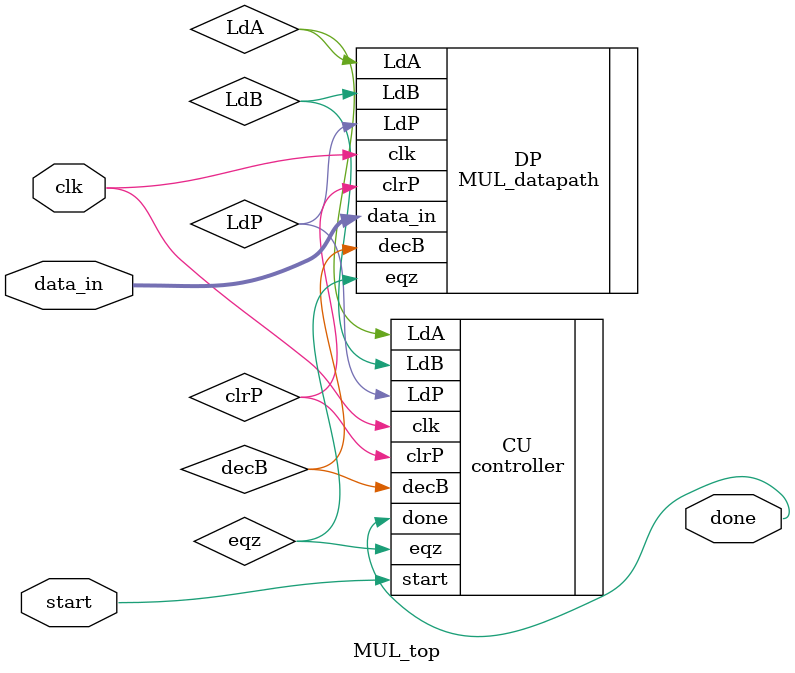
<source format=v>
`timescale 1ns / 1ps
module MUL_top (
    input clk,         
    input start,       
    input [15:0] data_in, 
    output done        
);
    // Internal control signals between controller and datapath
    wire LdA, LdB, LdP, clrP, decB;
    wire eqz;

    // Instantiate Datapath
    MUL_datapath DP (
        .eqz(eqz), 
        .LdA(LdA), 
        .LdB(LdB), 
        .LdP(LdP), 
        .clrP(clrP), 
        .decB(decB), 
        .data_in(data_in), 
        .clk(clk)
    );
    // Instantiate Controller
    controller CU (
        .LdA(LdA), 
        .LdB(LdB), 
        .LdP(LdP), 
        .clrP(clrP), 
        .decB(decB), 
        .done(done), 
        .clk(clk), 
        .eqz(eqz), 
        .start(start)
    );
endmodule

</source>
